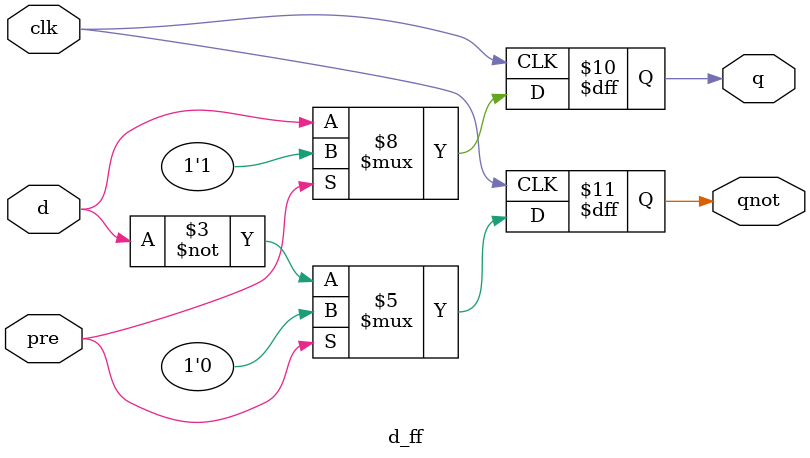
<source format=v>
`timescale 1ns / 1ps


module d_ff(input d,input clk, input pre, output reg q,output reg qnot);
    
    always @ (posedge clk)begin
        if(pre == 1) begin
            q <= 1;
            qnot <= 0;
        end
        else begin
            q <= d;
            qnot <= ~d;
        end
    end

endmodule

</source>
